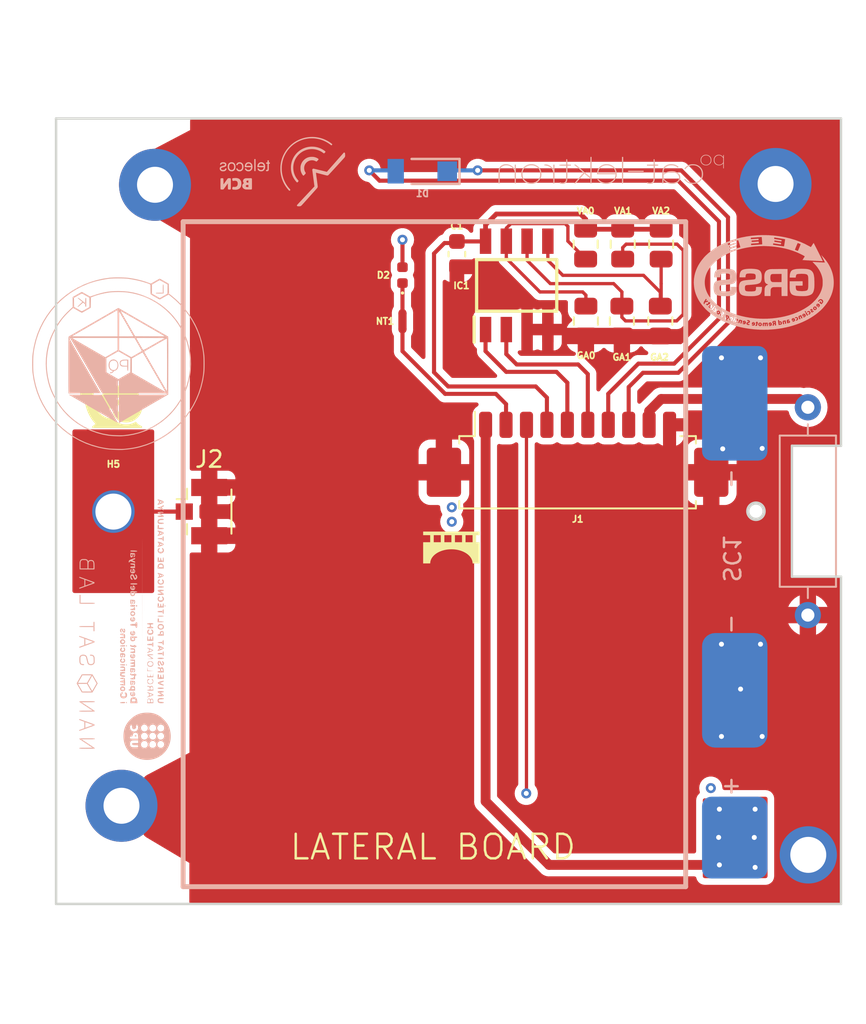
<source format=kicad_pcb>
(kicad_pcb (version 20221018) (generator pcbnew)
  (layers (0 "F.Cu" signal) (1 "In1.Cu" signal) (2 "In2.Cu" signal) (3 "In3.Cu" signal) (4 "In4.Cu" signal) (31 "B.Cu" signal) (34 "B.Paste" user) (35 "F.Paste" user) (36 "B.SilkS" user "B.Silkscreen") (37 "F.SilkS" user "F.Silkscreen") (38 "B.Mask" user) (39 "F.Mask" user) (44 "Edge.Cuts" user))
  (net 0 "")
  (net 1 "/SDA")
  (net 2 "/SCL")
  (net 3 "/VCC")
  (net 4 "/ADCS")
  (net 5 "/BURNCOMMS")
  (net 6 "/PH-")
  (net 7 "/PH+")
  (net 8 "/Antenna Connector")
  (net 9 "GND")
  (net 10 "/SOLAR")
  (net 11 "/VCC_MAG")
  (net 12 "Net-(IC1-A0)")
  (net 13 "Net-(IC1-A1)")
  (net 14 "Net-(IC1-A2)")
  (net 15 "Net-(D2-K)")
  (footprint "Resistor_SMD:R_0805_2012Metric" (layer "F.Cu") (at 111.952 54.3768 90)
    (fp_text reference "GA2" (at -2.2098 -0.052 unlocked) (layer "F.SilkS") (effects (font (size 0.4 0.4))))
    (fp_text value "0R")
    (pad "1" smd roundrect (at -0.9125 0 90) (size 1.025 1.4) (layers "F.Cu" "F.Paste" "F.Mask") (roundrect_rratio 0.243902439) (net 9 "GND"))
    (pad "2" smd roundrect (at 0.9125 0 90) (size 1.025 1.4) (layers "F.Cu" "F.Paste" "F.Mask") (roundrect_rratio 0.243902439) (net 14 "Net-(IC1-A2)"))
  )
  (footprint "Resistor_SMD:R_0805_2012Metric" (layer "F.Cu") (at 109.651 49.6778 90)
    (fp_text reference "VA1" (at 2.032 0.02 unlocked) (layer "F.SilkS") (effects (font (size 0.4 0.4))))
    (fp_text value "0R")
    (pad "1" smd roundrect (at -0.9125 0 90) (size 1.025 1.4) (layers "F.Cu" "F.Paste" "F.Mask") (roundrect_rratio 0.243902439) (net 13 "Net-(IC1-A1)"))
    (pad "2" smd roundrect (at 0.9125 0 90) (size 1.025 1.4) (layers "F.Cu" "F.Paste" "F.Mask") (roundrect_rratio 0.243902439) (net 3 "/VCC"))
  )
  (footprint "Connector_Molex:Molex_PicoBlade_53261-1071_1x10-1MP_P1.25mm_Horizontal" (layer "F.Cu") (at 106.891617 63.118784)
    (fp_text reference "J1" (at 0.010783 3.360816 unlocked) (layer "F.SilkS") (effects (font (size 0.4 0.4) (thickness 0.1))))
    (fp_text value "Conn_01x11_MountingPin")
    (pad "1" smd roundrect (at -5.625 -2.4) (size 0.8 1.6) (layers "F.Cu" "F.Paste" "F.Mask") (net 10 "/SOLAR"))
    (pad "2" smd roundrect (at -4.375 -2.4) (size 0.8 1.6) (layers "F.Cu" "F.Paste" "F.Mask") (net 4 "/ADCS"))
    (pad "3" smd roundrect (at -3.125 -2.4) (size 0.8 1.6) (layers "F.Cu" "F.Paste" "F.Mask") (net 11 "/VCC_MAG"))
    (pad "4" smd roundrect (at -1.875 -2.4) (size 0.8 1.6) (layers "F.Cu" "F.Paste" "F.Mask") (net 3 "/VCC"))
    (pad "5" smd roundrect (at -0.625 -2.4) (size 0.8 1.6) (layers "F.Cu" "F.Paste" "F.Mask") (net 1 "/SDA"))
    (pad "6" smd roundrect (at 0.625 -2.4) (size 0.8 1.6) (layers "F.Cu" "F.Paste" "F.Mask") (net 2 "/SCL"))
    (pad "7" smd roundrect (at 1.875 -2.4) (size 0.8 1.6) (layers "F.Cu" "F.Paste" "F.Mask") (net 6 "/PH-"))
    (pad "8" smd roundrect (at 3.125 -2.4) (size 0.8 1.6) (layers "F.Cu" "F.Paste" "F.Mask") (net 7 "/PH+"))
    (pad "9" smd roundrect (at 4.375 -2.4) (size 0.8 1.6) (layers "F.Cu" "F.Paste" "F.Mask") (net 5 "/BURNCOMMS"))
    (pad "10" smd roundrect (at 5.625 -2.4) (size 0.8 1.6) (layers "F.Cu" "F.Paste" "F.Mask") (net 9 "GND"))
    (pad "MP" smd roundrect (at -8.175 0.5) (size 2.1 3) (layers "F.Cu" "F.Paste" "F.Mask") (roundrect_rratio 0.1190480952) (net 9 "GND"))
    (pad "MP" smd roundrect (at 8.175 0.5) (size 2.1 3) (layers "F.Cu" "F.Paste" "F.Mask") (roundrect_rratio 0.1190480952) (net 9 "GND"))
  )
  (footprint "NetTie:NetTie-2_SMD_Pad0.5mm" (layer "F.Cu") (at 96.1836 54.3892 -90)
    (fp_text reference "NT1" (at 0 1.0668 unlocked) (layer "F.SilkS") (effects (font (size 0.4 0.4))))
    (fp_text value "NetTie_2")
    (fp_poly (pts (xy -0.5 -0.25) (xy 0.5 -0.25) (xy 0.5 0.25) (xy -0.5 0.25)) (fill solid) (layer "F.Cu"))
    (pad "1" smd circle (at -0.5 0 270) (size 0.5 0.5) (layers "F.Cu") (net 15 "Net-(D2-K)"))
    (pad "2" smd circle (at 0.5 0 270) (size 0.5 0.5) (layers "F.Cu") (net 4 "/ADCS"))
  )
  (footprint "Resistor_SMD:R_0805_2012Metric" (layer "F.Cu") (at 112.002 49.6778 90)
    (fp_text reference "VA2" (at 2.032 -0.002 unlocked) (layer "F.SilkS") (effects (font (size 0.4 0.4))))
    (fp_text value "0R")
    (pad "1" smd roundrect (at -0.9125 0 90) (size 1.025 1.4) (layers "F.Cu" "F.Paste" "F.Mask") (roundrect_rratio 0.243902439) (net 14 "Net-(IC1-A2)"))
    (pad "2" smd roundrect (at 0.9125 0 90) (size 1.025 1.4) (layers "F.Cu" "F.Paste" "F.Mask") (roundrect_rratio 0.243902439) (net 3 "/VCC"))
  )
  (footprint "-nsl_sensor:TCN75AVOA" (layer "F.Cu") (at 103.1186 52.2222 90)
    (fp_text reference "IC1" (at 0.008 -3.327 unlocked) (layer "F.SilkS") (effects (font (size 0.4 0.4) (thickness 0.1))))
    (fp_text value "TCN75AVOA713")
    (pad "1" smd rect (at -2.675 -1.855 180) (size 0.7 1.55) (layers "F.Cu" "F.Paste" "F.Mask") (net 1 "/SDA"))
    (pad "2" smd rect (at -2.675 -0.585 180) (size 0.7 1.55) (layers "F.Cu" "F.Paste" "F.Mask") (net 2 "/SCL"))
    (pad "3" smd rect (at -2.675 0.685 180) (size 0.7 1.55) (layers "F.Cu" "F.Paste" "F.Mask") (net 9 "GND"))
    (pad "4" smd rect (at -2.675 1.955 180) (size 0.7 1.55) (layers "F.Cu" "F.Paste" "F.Mask") (net 9 "GND"))
    (pad "5" smd rect (at 2.725 1.955 180) (size 0.7 1.55) (layers "F.Cu" "F.Paste" "F.Mask") (net 14 "Net-(IC1-A2)"))
    (pad "6" smd rect (at 2.725 0.685 180) (size 0.7 1.55) (layers "F.Cu" "F.Paste" "F.Mask") (net 13 "Net-(IC1-A1)"))
    (pad "7" smd rect (at 2.725 -0.585 180) (size 0.7 1.55) (layers "F.Cu" "F.Paste" "F.Mask") (net 12 "Net-(IC1-A0)"))
    (pad "8" smd rect (at 2.725 -1.855 180) (size 0.7 1.55) (layers "F.Cu" "F.Paste" "F.Mask") (net 3 "/VCC"))
  )
  (footprint "Resistor_SMD:R_0805_2012Metric" (layer "F.Cu") (at 107.385 49.6778 90)
    (fp_text reference "VA0" (at 2.032 -0.001 unlocked) (layer "F.SilkS") (effects (font (size 0.4 0.4))))
    (fp_text value "0R")
    (pad "1" smd roundrect (at -0.9125 0 90) (size 1.025 1.4) (layers "F.Cu" "F.Paste" "F.Mask") (roundrect_rratio 0.243902439) (net 12 "Net-(IC1-A0)"))
    (pad "2" smd roundrect (at 0.9125 0 90) (size 1.025 1.4) (layers "F.Cu" "F.Paste" "F.Mask") (roundrect_rratio 0.243902439) (net 3 "/VCC"))
  )
  (footprint "LED_SMD:LED_0402_1005Metric" (layer "F.Cu") (at 96.1836 51.5721 90)
    (fp_text reference "D2" (at 0 -1.17 180) (layer "F.SilkS") (effects (font (size 0.4 0.4) (thickness 0.1))))
    (fp_text value "LED")
    (pad "1" smd roundrect (at -0.485 0 90) (size 0.59 0.64) (layers "F.Cu" "F.Paste" "F.Mask") (net 15 "Net-(D2-K)"))
    (pad "2" smd roundrect (at 0.485 0 90) (size 0.59 0.64) (layers "F.Cu" "F.Paste" "F.Mask") (net 11 "/VCC_MAG"))
  )
  (footprint "-nsl_symbols:Bridgemaker" (layer "F.Cu") (at 99.13 68.3084)
    (fp_text reference "Annotation1" hide)
    (fp_text value "Silkscreen_Annotation")
  )
  (footprint "MountingHole:MountingHole_2.2mm_M2_Pad" (layer "F.Cu") (at 81.05 46.05)
    (fp_text reference "H1" hide)
    (fp_text value "MountingHole_Pad" hide)
    (pad "1" thru_hole circle (at 0 0) (size 4.4 4.4) (drill 2.2) (layers "*.Cu" "*.Mask") (net 9 "GND"))
  )
  (footprint "Capacitor_SMD:C_0603_1608Metric" (layer "F.Cu") (at 99.511 50.2874 -90)
    (fp_text reference "C1" (at -1.7272 0 unlocked) (layer "F.SilkS") (effects (font (size 0.4 0.4))))
    (fp_text value "1 uF")
    (pad "1" smd roundrect (at -0.775 0 270) (size 0.9 0.95) (layers "F.Cu" "F.Paste" "F.Mask") (net 3 "/VCC"))
    (pad "2" smd roundrect (at 0.775 0 270) (size 0.9 0.95) (layers "F.Cu" "F.Paste" "F.Mask") (net 9 "GND"))
  )
  (footprint "MountingHole:MountingHole_2.2mm_M2_Pad" (layer "F.Cu") (at 121 87)
    (fp_text reference "H3" hide)
    (fp_text value "MountingHole_Pad" hide)
    (pad "1" thru_hole circle (at 0 0) (size 3.5 3.5) (drill 2.2) (layers "*.Cu" "*.Mask") (net 9 "GND"))
  )
  (footprint "symbols-nsl:snail" (layer "F.Cu") (at 78.302 59.266)
    (fp_text reference "Annotation2" hide)
    (fp_text value "Silkscreen_Annotation" hide)
  )
  (footprint "MountingHole:MountingHole_2.2mm_M2_Pad" (layer "F.Cu") (at 79 84)
    (fp_text reference "H4" hide)
    (fp_text value "MountingHole_Pad" hide)
    (pad "1" thru_hole circle (at 0 0) (size 4.4 4.4) (drill 2.2) (layers "*.Cu" "*.Mask") (net 9 "GND"))
  )
  (footprint "MountingHole:MountingHole_2.2mm_M2_Pad" (layer "F.Cu") (at 119 46)
    (fp_text reference "H2" hide)
    (fp_text value "MountingHole_Pad" hide)
    (pad "1" thru_hole circle (at 0 0) (size 4.4 4.4) (drill 2.2) (layers "*.Cu" "*.Mask") (net 9 "GND"))
  )
  (footprint "Resistor_SMD:R_0805_2012Metric" (layer "F.Cu") (at 107.4 54.3768 90)
    (fp_text reference "GA0" (at -2.1082 0.0104 unlocked) (layer "F.SilkS") (effects (font (size 0.4 0.4))))
    (fp_text value "0R")
    (pad "1" smd roundrect (at -0.9125 0 90) (size 1.025 1.4) (layers "F.Cu" "F.Paste" "F.Mask") (roundrect_rratio 0.243902439) (net 9 "GND"))
    (pad "2" smd roundrect (at 0.9125 0 90) (size 1.025 1.4) (layers "F.Cu" "F.Paste" "F.Mask") (roundrect_rratio 0.243902439) (net 12 "Net-(IC1-A0)"))
  )
  (footprint "Resistor_SMD:R_0805_2012Metric" (layer "F.Cu") (at 109.601 54.3768 90)
    (fp_text reference "GA1" (at -2.2098 -0.001 unlocked) (layer "F.SilkS") (effects (font (size 0.4 0.4))))
    (fp_text value "0R")
    (pad "1" smd roundrect (at -0.9125 0 90) (size 1.025 1.4) (layers "F.Cu" "F.Paste" "F.Mask") (roundrect_rratio 0.243902439) (net 9 "GND"))
    (pad "2" smd roundrect (at 0.9125 0 90) (size 1.025 1.4) (layers "F.Cu" "F.Paste" "F.Mask") (roundrect_rratio 0.243902439) (net 13 "Net-(IC1-A1)"))
  )
  (footprint "MountingHole:MountingHole_2.2mm_M2_DIN965_Pad_TopOnly" (layer "F.Cu") (at 78.5052 66.0224)
    (fp_text reference "H5" (at 0 -2.9 unlocked) (layer "F.SilkS") (effects (font (size 0.4 0.4))))
    (fp_text value "MountingHole_Pad")
    (pad "1" thru_hole circle (at 0 0) (size 2.6 2.6) (drill 2.2) (layers "*.Cu" "*.Mask") (net 8 "/Antenna Connector"))
    (pad "1" connect circle (at 0 0) (size 3.8 3.8) (layers "F.Cu" "F.Mask") (net 8 "/Antenna Connector"))
  )
  (footprint "Connector_Coaxial:U.FL_Hirose_U.FL-R-SMT-1_Vertical" (layer "F.Cu") (at 83.89 66.0224)
    (fp_text reference "J2" (at 0.475 -3.2) (layer "F.SilkS"))
    (fp_text value "Conn_Coaxial")
    (pad "1" smd rect (at -1.05 0) (size 1.05 1) (layers "F.Cu" "F.Paste" "F.Mask") (net 8 "/Antenna Connector"))
    (pad "2" smd rect (at 0.475 -1.475) (size 2.2 1.05) (layers "F.Cu" "F.Paste" "F.Mask") (net 9 "GND"))
    (pad "2" smd rect (at 0.475 1.475) (size 2.2 1.05) (layers "F.Cu" "F.Paste" "F.Mask") (net 9 "GND"))
  )
  (footprint "symbols-nsl:UPC_small" (layer "B.Cu") (at 80.253187 72.920052 90)
    (fp_text reference "Annotation7" hide)
    (fp_text value "IEEE" hide)
  )
  (footprint "power-nsl:Lighttricity_S3040_CIC" (layer "B.Cu") (at 113.5036 88.9444 90)
    (fp_text reference "SC1" (at 20.066 2.794 270 unlocked) (layer "B.SilkS") (effects (justify mirror)))
    (fp_text value "~")
    (fp_text user "-" (at 16.764 2.286 270 unlocked) (layer "B.SilkS") (effects (justify right bottom mirror)))
    (fp_text user "-" (at 25.654 2.286 270 unlocked) (layer "B.SilkS") (effects (justify right bottom mirror)))
    (fp_text user "+" (at 6.858 2.286 270 unlocked) (layer "B.SilkS") (effects (justify right bottom mirror)))
    (pad "1" smd roundrect (at 12 3 90) (size 7 4) (layers "B.Cu" "B.Paste" "B.Mask") (roundrect_rratio 0.2) (net 9 "GND"))
    (pad "1" smd roundrect (at 29.54 3 90) (size 7 4) (layers "B.Cu" "B.Paste" "B.Mask") (roundrect_rratio 0.1428571429) (net 9 "GND"))
    (pad "2" smd roundrect (at 3 3 90) (size 5 4) (layers "B.Cu" "B.Paste" "B.Mask") (roundrect_rratio 0.1428571429) (net 10 "/SOLAR"))
  )
  (footprint "symbols-nsl:Telecos" (layer "B.Cu") (at 88.538201 45.296 180)
    (fp_text reference "Annotation5" hide)
    (fp_text value "telecos" hide)
  )
  (footprint "symbols-nsl:logo_pq" (layer "B.Cu") (at 78.81 56.98 180)
    (fp_text reference "Annotation4" hide)
    (fp_text value "Logo lektron" hide)
  )
  (footprint "symbols-nsl:GRSS" (layer "B.Cu") (at 118.2816 52.1032 180)
    (fp_text reference "Annotation8" hide)
    (fp_text value "GRSS")
  )
  (footprint "symbols-nsl:pocat-lektron" (layer "B.Cu") (at 108.909 45.1436 180)
    (fp_text reference "Annotation3" hide)
    (fp_text value "LOGO" hide)
  )
  (footprint "-nsl_passive:SLCD-61N8" (layer "B.Cu") (at 97.6568 45.296 180)
    (fp_text reference "D1" hide)
    (fp_text value "SLCD-61N8")
    (pad "1" smd rect (at 1.8855 0.075 180) (size 1 1.5) (layers "B.Cu" "B.Paste" "B.Mask") (net 6 "/PH-"))
    (pad "2" smd rect (at -1.2645 0.075 180) (size 1.2 1.2) (layers "B.Cu" "B.Paste" "B.Mask") (net 7 "/PH+"))
  )
  (footprint "symbols-nsl:NSL-small" (layer "B.Cu") (at 76.905 75.014 90)
    (fp_text reference "Annotation6" hide)
    (fp_text value "telecos" hide)
  )
  (footprint "Resistor_THT:R_Axial_DIN0309_L9.0mm_D3.2mm_P12.70mm_Horizontal" (layer "B.Cu") (at 120.974 59.647 -90)
    (fp_text reference "THT1" hide)
    (fp_text value "7.5")
    (pad "1" thru_hole circle (at 0 0 270) (size 1.6 1.6) (drill 0.8) (layers "*.Cu" "*.Mask") (net 5 "/BURNCOMMS"))
    (pad "2" thru_hole oval (at 12.7 0 270) (size 1.6 1.6) (drill 0.8) (layers "*.Cu" "*.Mask") (net 9 "GND"))
  )
  (gr_line (start 75 90) (end 123 90) (stroke (width 0.15)) (layer "Edge.Cuts"))
  (gr_line (start 120 62) (end 123 62) (stroke (width 0.15)) (layer "Edge.Cuts"))
  (gr_line (start 123 42) (end 123 62) (stroke (width 0.15)) (layer "Edge.Cuts"))
  (gr_line (start 75 42) (end 75 90) (stroke (width 0.15)) (layer "Edge.Cuts"))
  (gr_line (start 75 42) (end 123 42) (stroke (width 0.15)) (layer "Edge.Cuts"))
  (gr_line (start 123 90) (end 123 70) (stroke (width 0.15)) (layer "Edge.Cuts"))
  (gr_circle (center 117.8 66) (end 118.3 66) (stroke (width 0.2)) (fill none) (layer "Edge.Cuts"))
  (gr_line (start 120 62) (end 120 70) (stroke (width 0.15)) (layer "Edge.Cuts"))
  (gr_line (start 120 70) (end 123 70) (stroke (width 0.15)) (layer "Edge.Cuts"))
  (gr_text "D1" (at 97.86 46.82) (layer "B.SilkS") (effects (font (size 0.4 0.4) (thickness 0.1) bold) (justify left bottom mirror)))
  (gr_text "LATERAL BOARD" (at 89.2 86.525) (layer "F.SilkS") (effects (font (size 1.5 1.5)) (justify left)))
  (segment (start 101.2636 54.8972) (end 101.2636 56.218) (width 0.25) (layer "F.Cu") (net 1))
  (segment (start 101.2636 56.218) (end 102.5264 57.4808) (width 0.25) (layer "F.Cu") (net 1))
  (segment (start 106.266617 58.147617) (end 106.266617 60.718784) (width 0.25) (layer "F.Cu") (net 1))
  (segment (start 105.5998 57.4808) (end 106.266617 58.147617) (width 0.25) (layer "F.Cu") (net 1))
  (segment (start 102.5264 57.4808) (end 105.5998 57.4808) (width 0.25) (layer "F.Cu") (net 1))
  (segment (start 103.1686 57.0308) (end 106.9278 57.0308) (width 0.25) (layer "F.Cu") (net 2))
  (segment (start 102.5336 54.8972) (end 102.5336 56.3958) (width 0.25) (layer "F.Cu") (net 2))
  (segment (start 106.9278 57.0308) (end 107.516617 57.619617) (width 0.25) (layer "F.Cu") (net 2))
  (segment (start 102.5336 56.3958) (end 103.1686 57.0308) (width 0.25) (layer "F.Cu") (net 2))
  (segment (start 107.516617 57.619617) (end 107.516617 60.718784) (width 0.25) (layer "F.Cu") (net 2))
  (segment (start 104.337 58.377) (end 105.016617 59.056617) (width 0.25) (layer "F.Cu") (net 3))
  (segment (start 98.978996 58.377) (end 104.337 58.377) (width 0.25) (layer "F.Cu") (net 3))
  (segment (start 109.651 48.7653) (end 112.002 48.7653) (width 0.293) (layer "F.Cu") (net 3))
  (segment (start 107.385 48.1535) (end 107.0675 47.836) (width 0.293) (layer "F.Cu") (net 3))
  (segment (start 101.924 47.836) (end 101.2636 48.4964) (width 0.293) (layer "F.Cu") (net 3))
  (segment (start 98.114 57.512004) (end 98.978996 58.377) (width 0.25) (layer "F.Cu") (net 3))
  (segment (start 101.2484 49.5124) (end 101.2636 49.4972) (width 0.25) (layer "F.Cu") (net 3))
  (segment (start 101.2636 48.4964) (end 101.2636 49.4972) (width 0.293) (layer "F.Cu") (net 3))
  (segment (start 105.016617 59.056617) (end 105.016617 60.718784) (width 0.25) (layer "F.Cu") (net 3))
  (segment (start 107.385 48.7653) (end 109.651 48.7653) (width 0.293) (layer "F.Cu") (net 3))
  (segment (start 107.385 48.7653) (end 107.385 48.1535) (width 0.293) (layer "F.Cu") (net 3))
  (segment (start 99.511 49.5124) (end 101.2484 49.5124) (width 0.25) (layer "F.Cu") (net 3))
  (segment (start 107.0675 47.836) (end 101.924 47.836) (width 0.293) (layer "F.Cu") (net 3))
  (segment (start 98.114 50.249) (end 98.114 57.512004) (width 0.25) (layer "F.Cu") (net 3))
  (segment (start 98.7526 49.6104) (end 98.114 50.249) (width 0.25) (layer "F.Cu") (net 3))
  (segment (start 99.4614 49.6104) (end 98.7526 49.6104) (width 0.25) (layer "F.Cu") (net 3))
  (segment (start 101.8914 58.827) (end 102.516617 59.452217) (width 0.25) (layer "F.Cu") (net 4))
  (segment (start 96.1836 54.8892) (end 96.1836 56.218) (width 0.25) (layer "F.Cu") (net 4))
  (segment (start 102.516617 59.452217) (end 102.516617 60.718784) (width 0.25) (layer "F.Cu") (net 4))
  (segment (start 96.1836 56.218) (end 98.7926 58.827) (width 0.25) (layer "F.Cu") (net 4))
  (segment (start 98.7926 58.827) (end 101.8914 58.827) (width 0.25) (layer "F.Cu") (net 4))
  (segment (start 111.266617 60.718784) (end 111.266617 59.880183) (width 0.6) (layer "F.Cu") (net 5))
  (segment (start 111.266617 59.880183) (end 112.0078 59.139) (width 0.6) (layer "F.Cu") (net 5))
  (segment (start 112.0078 59.139) (end 120.466 59.139) (width 0.6) (layer "F.Cu") (net 5))
  (segment (start 120.466 59.139) (end 120.974 59.647) (width 0.6) (layer "F.Cu") (net 5))
  (segment (start 110.6108 56.98) (end 108.766617 58.824183) (width 0.25) (layer "F.Cu") (net 6))
  (segment (start 94.7816 45.799) (end 113.0442 45.799) (width 0.25) (layer "F.Cu") (net 6))
  (segment (start 115.5384 54.2368) (end 112.7952 56.98) (width 0.25) (layer "F.Cu") (net 6))
  (segment (start 113.0442 45.799) (end 115.5384 48.2932) (width 0.25) (layer "F.Cu") (net 6))
  (segment (start 115.5384 48.2932) (end 115.5384 54.2368) (width 0.25) (layer "F.Cu") (net 6))
  (segment (start 108.766617 58.824183) (end 108.766617 60.718784) (width 0.25) (layer "F.Cu") (net 6))
  (segment (start 94.1516 45.169) (end 94.7816 45.799) (width 0.25) (layer "F.Cu") (net 6))
  (segment (start 112.7952 56.98) (end 110.6108 56.98) (width 0.25) (layer "F.Cu") (net 6))
  (via (at 94.1516 45.169) (size 0.61) (drill 0.305) (layers "F.Cu" "B.Cu") (net 6))
  (segment (start 95.7193 45.169) (end 95.7713 45.221) (width 0.25) (layer "B.Cu") (net 6))
  (segment (start 94.1516 45.169) (end 95.7193 45.169) (width 0.25) (layer "B.Cu") (net 6))
  (segment (start 113.049898 57.5388) (end 110.8902 57.5388) (width 0.25) (layer "F.Cu") (net 7))
  (segment (start 113.812596 45.7532) (end 116.09 48.030604) (width 0.25) (layer "F.Cu") (net 7))
  (segment (start 100.781 45.169) (end 113.227 45.169) (width 0.25) (layer "F.Cu") (net 7))
  (segment (start 110.016617 58.412383) (end 110.016617 60.718784) (width 0.25) (layer "F.Cu") (net 7))
  (segment (start 110.8902 57.5388) (end 110.016617 58.412383) (width 0.25) (layer "F.Cu") (net 7))
  (segment (start 116.09 54.498698) (end 113.049898 57.5388) (width 0.25) (layer "F.Cu") (net 7))
  (segment (start 116.09 48.030604) (end 116.09 54.498698) (width 0.25) (layer "F.Cu") (net 7))
  (segment (start 113.227 45.169) (end 113.8112 45.7532) (width 0.25) (layer "F.Cu") (net 7))
  (segment (start 113.8112 45.7532) (end 113.812596 45.7532) (width 0.25) (layer "F.Cu") (net 7))
  (via (at 100.781 45.169) (size 0.61) (drill 0.305) (layers "F.Cu" "B.Cu") (net 7))
  (segment (start 100.781 45.169) (end 98.9733 45.169) (width 0.25) (layer "B.Cu") (net 7))
  (segment (start 98.9733 45.169) (end 98.9213 45.221) (width 0.25) (layer "B.Cu") (net 7))
  (segment (start 82.915 66.0224) (end 78.5052 66.0224) (width 0.25) (layer "F.Cu") (net 8))
  (via (at 115.767 62.187) (size 0.61) (drill 0.305) (layers "F.Cu" "B.Cu") (net 9))
  (via (at 118.0784 56.6244) (size 0.61) (drill 0.305) (layers "F.Cu" "B.Cu") (net 9))
  (via (at 118.0784 74.125) (size 0.61) (drill 0.305) (layers "F.Cu" "B.Cu") (net 9))
  (via (at 118.18 79.7638) (size 0.61) (drill 0.305) (layers "F.Cu" "B.Cu") (net 9))
  (via (at 115.6908 74.125) (size 0.61) (drill 0.305) (layers "F.Cu" "B.Cu") (net 9))
  (via (at 115.6908 79.7638) (size 0.61) (drill 0.305) (layers "F.Cu" "B.Cu") (net 9))
  (via (at 116.8592 76.8682) (size 0.61) (drill 0.305) (layers "F.Cu" "B.Cu") (net 9))
  (via (at 118.18 62.1616) (size 0.61) (drill 0.305) (layers "F.Cu" "B.Cu") (net 9))
  (via (at 115.6908 56.6244) (size 0.61) (drill 0.305) (layers "F.Cu" "B.Cu") (net 9))
  (segment (start 116.6814 86.698) (end 116.6814 85.3264) (width 0.6) (layer "F.Cu") (net 10))
  (segment (start 115.767 87.6124) (end 116.6814 86.698) (width 0.6) (layer "F.Cu") (net 10))
  (segment (start 115.5638 87.6124) (end 105.1498 87.6124) (width 0.6) (layer "F.Cu") (net 10))
  (segment (start 115.5638 87.6124) (end 115.767 87.6124) (width 0.6) (layer "F.Cu") (net 10))
  (segment (start 116.6814 85.3264) (end 116.6814 85.2756) (width 0.6) (layer "F.Cu") (net 10))
  (segment (start 116.6814 85.2756) (end 117.7482 84.2088) (width 0.6) (layer "F.Cu") (net 10))
  (segment (start 116.6814 86.698) (end 117.7482 87.7648) (width 0.6) (layer "F.Cu") (net 10))
  (segment (start 105.1498 87.6124) (end 101.266617 83.729217) (width 0.6) (layer "F.Cu") (net 10))
  (segment (start 116.6814 85.3264) (end 115.5638 84.2088) (width 0.6) (layer "F.Cu") (net 10))
  (segment (start 101.266617 83.729217) (end 101.266617 60.718784) (width 0.6) (layer "F.Cu") (net 10))
  (via (at 115.5638 84.2088) (size 0.61) (drill 0.305) (layers "F.Cu" "B.Cu") (net 10))
  (via (at 115.5181 85.932645) (size 0.61) (drill 0.305) (layers "F.Cu" "B.Cu") (net 10))
  (via (at 117.7482 84.2088) (size 0.61) (drill 0.305) (layers "F.Cu" "B.Cu") (net 10))
  (via (at 117.7482 87.7648) (size 0.61) (drill 0.305) (layers "F.Cu" "B.Cu") (net 10))
  (via (at 117.6974 85.936) (size 0.61) (drill 0.305) (layers "F.Cu" "B.Cu") (net 10))
  (via (at 115.5638 87.6124) (size 0.61) (drill 0.305) (layers "F.Cu" "B.Cu") (net 10))
  (segment (start 96.1836 51.0871) (end 96.1836 49.408) (width 0.25) (layer "F.Cu") (net 11))
  (segment (start 103.7528 83.2436) (end 103.766617 83.229783) (width 0.2) (layer "F.Cu") (net 11))
  (segment (start 103.766617 83.229783) (end 103.766617 60.718784) (width 0.2) (layer "F.Cu") (net 11))
  (via (at 103.7528 83.2436) (size 0.61) (drill 0.305) (layers "F.Cu" "B.Cu") (net 11))
  (via (at 99.2 66.64) (size 0.61) (drill 0.305) (layers "F.Cu" "B.Cu") (net 11))
  (via (at 96.1836 49.408) (size 0.61) (drill 0.305) (layers "F.Cu" "B.Cu") (net 11))
  (via (at 99.201 65.76) (size 0.61) (drill 0.305) (layers "F.Cu" "B.Cu") (net 11))
  (via (at 115.04 82.92) (size 0.61) (drill 0.305) (layers "F.Cu" "B.Cu") (net 11))
  (segment (start 107.385 50.5778) (end 106.3 49.4928) (width 0.2) (layer "F.Cu") (net 12))
  (segment (start 107.385 50.5903) (end 107.385 50.5778) (width 0.2) (layer "F.Cu") (net 12))
  (segment (start 106.3 48.5928) (end 106.1294 48.4222) (width 0.2) (layer "F.Cu") (net 12))
  (segment (start 107.4 53.4643) (end 107.4 52.7938) (width 0.2) (layer "F.Cu") (net 12))
  (segment (start 104.591 52.5988) (end 102.5336 50.5414) (width 0.2) (layer "F.Cu") (net 12))
  (segment (start 106.3 49.4928) (end 106.3 48.5928) (width 0.2) (layer "F.Cu") (net 12))
  (segment (start 107.205 52.5988) (end 104.591 52.5988) (width 0.2) (layer "F.Cu") (net 12))
  (segment (start 106.1294 48.4222) (end 102.811 48.4222) (width 0.2) (layer "F.Cu") (net 12))
  (segment (start 102.811 48.4222) (end 102.5336 48.6996) (width 0.2) (layer "F.Cu") (net 12))
  (segment (start 102.5336 48.6996) (end 102.5336 49.4972) (width 0.2) (layer "F.Cu") (net 12))
  (segment (start 107.4 52.7938) (end 107.205 52.5988) (width 0.2) (layer "F.Cu") (net 12))
  (segment (start 102.5336 50.5414) (end 102.5336 49.4972) (width 0.2) (layer "F.Cu") (net 12))
  (segment (start 109.651 50.5903) (end 109.651 49.888) (width 0.2) (layer "F.Cu") (net 13))
  (segment (start 109.097 52.0908) (end 105.226 52.0908) (width 0.2) (layer "F.Cu") (net 13))
  (segment (start 113.354 53.9648) (end 112.95 54.3688) (width 0.2) (layer "F.Cu") (net 13))
  (segment (start 109.601 53.4643) (end 109.601 52.5948) (width 0.2) (layer "F.Cu") (net 13))
  (segment (start 109.601 52.5948) (end 109.097 52.0908) (width 0.2) (layer "F.Cu") (net 13))
  (segment (start 109.8259 54.3688) (end 109.601 54.1439) (width 0.2) (layer "F.Cu") (net 13))
  (segment (start 112.95 54.3688) (end 109.8259 54.3688) (width 0.2) (layer "F.Cu") (net 13))
  (segment (start 105.226 52.0908) (end 103.8036 50.6684) (width 0.2) (layer "F.Cu") (net 13))
  (segment (start 109.8612 49.6778) (end 112.973 49.6778) (width 0.2) (layer "F.Cu") (net 13))
  (segment (start 103.8036 50.6684) (end 103.8036 49.4972) (width 0.2) (layer "F.Cu") (net 13))
  (segment (start 112.973 49.6778) (end 113.354 50.0588) (width 0.2) (layer "F.Cu") (net 13))
  (segment (start 109.601 54.1439) (end 109.601 53.4643) (width 0.2) (layer "F.Cu") (net 13))
  (segment (start 109.651 49.888) (end 109.8612 49.6778) (width 0.2) (layer "F.Cu") (net 13))
  (segment (start 113.354 50.0588) (end 113.354 53.9648) (width 0.2) (layer "F.Cu") (net 13))
  (segment (start 112.002 52.0908) (end 112.002 53.4143) (width 0.2) (layer "F.Cu") (net 14))
  (segment (start 112 53.4163) (end 111.952 53.4643) (width 0.2) (layer "F.Cu") (net 14))
  (segment (start 105.988 51.5828) (end 105.0736 50.6684) (width 0.2) (layer "F.Cu") (net 14))
  (segment (start 105.0736 50.6684) (end 105.0736 49.4972) (width 0.2) (layer "F.Cu") (net 14))
  (segment (start 112.002 53.4143) (end 111.952 53.4643) (width 0.2) (layer "F.Cu") (net 14))
  (segment (start 112.002 50.5903) (end 112.002 52.0908) (width 0.2) (layer "F.Cu") (net 14))
  (segment (start 110.9228 51.5828) (end 105.988 51.5828) (width 0.2) (layer "F.Cu") (net 14))
  (segment (start 111.952 52.612) (end 110.9228 51.5828) (width 0.2) (layer "F.Cu") (net 14))
  (segment (start 111.952 53.4643) (end 111.952 52.612) (width 0.2) (layer "F.Cu") (net 14))
  (segment (start 96.1836 53.8892) (end 96.1836 52.0571) (width 0.25) (layer "F.Cu") (net 15))
  (zone (net 8) (net_name "/Antenna Connector") (layer "F.Cu") (connect_pads yes (clearance 0.4)) (min_thickness 0.254) (fill yes (thermal_gap 0.508) (thermal_bridge_width 0.508))
    (polygon (pts (xy 81 71) (xy 76 71) (xy 76 61) (xy 81 61)))
  )
  (zone (net 9) (net_name "GND") (layer "F.Cu") (connect_pads (clearance 0.4)) (min_thickness 0.254) (fill yes (thermal_gap 0.508) (thermal_bridge_width 0.508) (smoothing fillet) (radius 0.5))
    (polygon (pts (xy 83.26 87.558361) (xy 80.27 85.78) (xy 80.29 82.26) (xy 83.26 80.700361)))
  )
  (zone (net 9) (net_name "GND") (layer "F.Cu") (connect_pads (clearance 0.4)) (min_thickness 0.254) (fill yes (thermal_gap 0.508) (thermal_bridge_width 0.508) (smoothing fillet) (radius 0.5))
    (polygon (pts (xy 83.42 49.448) (xy 80.43 47.669639) (xy 80.45 44.149639) (xy 83.42 42.59)))
  )
  (zone (net 9) (net_name "GND") (layer "F.Cu") (connect_pads (clearance 0.4)) (min_thickness 0.254) (fill yes (thermal_gap 0.5) (thermal_bridge_width 1))
    (polygon (pts (xy 83.197677 41.499695) (xy 123.5 41.5) (xy 123.5 91) (xy 83.147677 90.999695)))
  )
  (zone (net 10) (net_name "/SOLAR") (layer "F.Cu") (priority 1) (connect_pads (clearance 0.4)) (min_thickness 0.25) (fill yes (thermal_gap 0.5) (thermal_bridge_width 0.5))
    (polygon (pts (xy 114.5478 83.4468) (xy 118.5102 83.4468) (xy 118.5102 88.4252) (xy 114.5478 88.4252)))
  )
)
</source>
